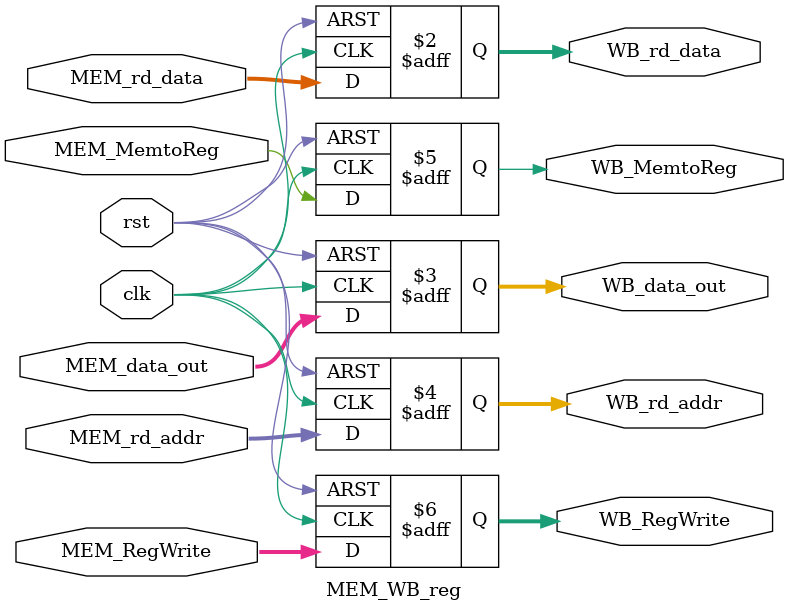
<source format=sv>
module MEM_WB_reg(clk, rst, MEM_rd_data, MEM_data_out, MEM_rd_addr, MEM_MemtoReg, MEM_RegWrite, WB_rd_data, WB_data_out, WB_rd_addr, WB_MemtoReg, WB_RegWrite);

input   	            clk;
input   	            rst;
input   	    [31:0]  MEM_rd_data;
input   	    [31:0]  MEM_data_out;
input   	    [ 4:0]  MEM_rd_addr;
input   	            MEM_MemtoReg;
input   	    [ 2:0]  MEM_RegWrite;
output  logic	[31:0]  WB_rd_data;
output  logic	[31:0]  WB_data_out;
output  logic	[ 4:0]  WB_rd_addr;
output  logic	        WB_MemtoReg;
output  logic	[ 2:0]  WB_RegWrite;

always@(posedge clk or posedge rst)begin
    if(rst)begin
        WB_rd_data <= 32'h0;
        WB_data_out <= 32'h0;
        WB_rd_addr <= 5'h0;
        WB_MemtoReg <= 1'h0;
        WB_RegWrite <= 3'h0;
    end
    else begin
        WB_rd_data <= MEM_rd_data;
        WB_data_out <= MEM_data_out;
        WB_rd_addr <= MEM_rd_addr;
        WB_MemtoReg <= MEM_MemtoReg;
        WB_RegWrite <= MEM_RegWrite;
    end
end

endmodule

</source>
